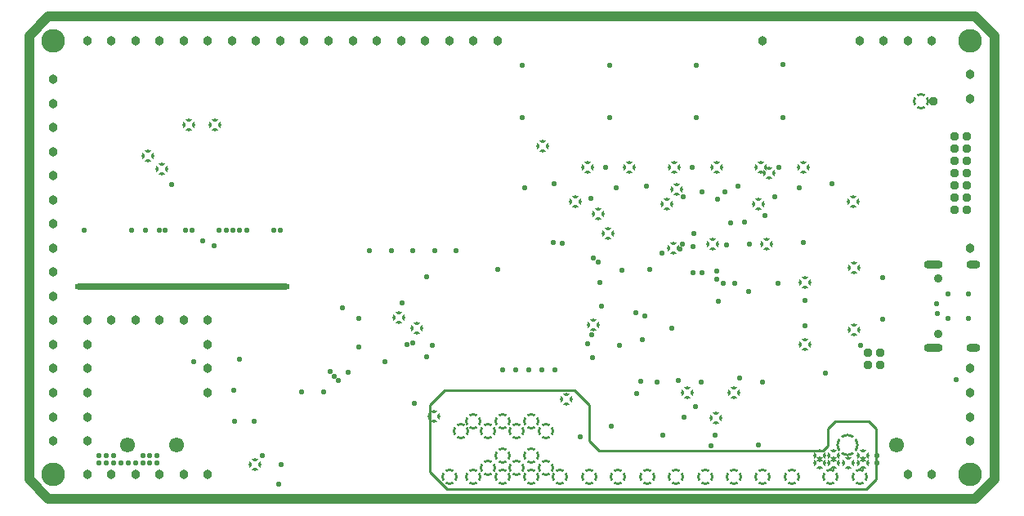
<source format=gbr>
%TF.GenerationSoftware,Altium Limited,Altium Designer,21.0.9 (235)*%
G04 Layer_Physical_Order=2*
G04 Layer_Color=32768*
%FSLAX45Y45*%
%MOMM*%
%TF.SameCoordinates,158FC4AE-840B-470E-B714-2E0BDA5EE684*%
%TF.FilePolarity,Negative*%
%TF.FileFunction,Copper,L2,Inr,Plane*%
%TF.Part,Single*%
G01*
G75*
%TA.AperFunction,NonConductor*%
%ADD56C,0.25400*%
%ADD57C,1.01600*%
%TA.AperFunction,ComponentPad*%
%ADD58C,0.95400*%
G04:AMPARAMS|DCode=59|XSize=1.716mm|YSize=1.716mm|CornerRadius=0mm|HoleSize=0mm|Usage=FLASHONLY|Rotation=0.000|XOffset=0mm|YOffset=0mm|HoleType=Round|Shape=Relief|Width=0.254mm|Gap=0.254mm|Entries=4|*
%AMTHD59*
7,0,0,1.71600,1.20800,0.25400,45*
%
%ADD59THD59*%
G04:AMPARAMS|DCode=60|XSize=2.316mm|YSize=2.316mm|CornerRadius=0mm|HoleSize=0mm|Usage=FLASHONLY|Rotation=0.000|XOffset=0mm|YOffset=0mm|HoleType=Round|Shape=Relief|Width=0.254mm|Gap=0.254mm|Entries=4|*
%AMTHD60*
7,0,0,2.31600,1.80800,0.25400,45*
%
%ADD60THD60*%
%TA.AperFunction,ViaPad*%
%ADD61C,2.45400*%
%TA.AperFunction,ComponentPad*%
%ADD62O,1.45400X0.85400*%
%ADD63O,1.95400X0.85400*%
%ADD64C,0.90400*%
%ADD65C,1.55400*%
%ADD66O,22.25400X0.65400*%
%TA.AperFunction,ViaPad*%
G04:AMPARAMS|DCode=67|XSize=1.7272mm|YSize=1.7272mm|CornerRadius=0mm|HoleSize=0mm|Usage=FLASHONLY|Rotation=0.000|XOffset=0mm|YOffset=0mm|HoleType=Round|Shape=Relief|Width=0.254mm|Gap=0.254mm|Entries=4|*
%AMTHD67*
7,0,0,1.72720,1.21920,0.25400,45*
%
%ADD67THD67*%
G04:AMPARAMS|DCode=68|XSize=1.316mm|YSize=1.316mm|CornerRadius=0mm|HoleSize=0mm|Usage=FLASHONLY|Rotation=0.000|XOffset=0mm|YOffset=0mm|HoleType=Round|Shape=Relief|Width=0.254mm|Gap=0.254mm|Entries=4|*
%AMTHD68*
7,0,0,1.31600,0.80800,0.25400,45*
%
%ADD68THD68*%
%ADD69C,0.55400*%
%ADD70C,0.96520*%
D56*
X5800000Y600000D02*
Y975000D01*
X4150000Y275000D02*
Y300000D01*
X8775000Y562500D02*
Y725000D01*
Y200000D02*
Y437500D01*
X8700000Y800000D02*
X8775000Y725000D01*
X8350000Y800000D02*
X8700000D01*
X8275000Y725000D02*
X8350000Y800000D01*
X8275000Y550000D02*
Y725000D01*
X8225000Y500000D02*
X8275000Y550000D01*
X5900000Y500000D02*
X8225000D01*
X5800000Y600000D02*
X5900000Y500000D01*
X5650000Y1125000D02*
X5800000Y975000D01*
X4300000Y1125000D02*
X5650000D01*
X4150000Y975000D02*
X4300000Y1125000D01*
X4150000Y300000D02*
Y975000D01*
Y275000D02*
X4325000Y100000D01*
X8675000D01*
X8775000Y200000D01*
Y437500D02*
Y562500D01*
D57*
X10000000Y200000D02*
Y4800000D01*
X9800000Y5000000D02*
X10000000Y4800000D01*
X200000Y5000000D02*
X9800000D01*
X0Y4800000D02*
X200000Y5000000D01*
X0Y200000D02*
X0Y4800000D01*
X0Y200000D02*
X200000Y0D01*
X9800000D01*
X10000000Y200000D01*
D58*
X9363500Y4125000D02*
D03*
X9713500Y3756000D02*
D03*
X9586500D02*
D03*
X9713500Y3629000D02*
D03*
Y3502000D02*
D03*
X9586500Y3629000D02*
D03*
Y3502000D02*
D03*
X9713500Y3375000D02*
D03*
X9586500D02*
D03*
X9713500Y3248000D02*
D03*
Y3121000D02*
D03*
Y2994000D02*
D03*
X9586500Y3248000D02*
D03*
Y3121000D02*
D03*
Y2994000D02*
D03*
X8813500Y1386500D02*
D03*
X8686500D02*
D03*
X8813500Y1513500D02*
D03*
X8686500D02*
D03*
D59*
X9236500Y4125000D02*
D03*
D60*
X8476000Y558800D02*
D03*
D61*
X250000Y250000D02*
D03*
X9750000D02*
D03*
Y4750000D02*
D03*
X250000D02*
D03*
D62*
X9782000Y1568000D02*
D03*
Y2432000D02*
D03*
D63*
X9364000D02*
D03*
Y1568000D02*
D03*
D64*
X9417000Y2289000D02*
D03*
Y1711000D02*
D03*
D65*
X8984000Y558800D02*
D03*
X1016000D02*
D03*
X1524000D02*
D03*
D66*
X1584500Y2197600D02*
D03*
D67*
X4350000Y225000D02*
D03*
X4475000Y700000D02*
D03*
X5350000D02*
D03*
Y325000D02*
D03*
X5050000D02*
D03*
X4750000D02*
D03*
X5050000Y700000D02*
D03*
X4750000D02*
D03*
X4900000Y450000D02*
D03*
X5200000D02*
D03*
Y800000D02*
D03*
X4900000D02*
D03*
X4600000D02*
D03*
X8600000Y225000D02*
D03*
X8300000D02*
D03*
X4600000D02*
D03*
X4900000D02*
D03*
X5200000D02*
D03*
X5500000D02*
D03*
X5800000D02*
D03*
X6100000D02*
D03*
X6400000D02*
D03*
X6700000D02*
D03*
X7000000D02*
D03*
X7300000D02*
D03*
X7600000D02*
D03*
X7900000D02*
D03*
D68*
X8532940Y3082500D02*
D03*
X7555840Y3057500D02*
D03*
X6605880D02*
D03*
X5657500Y3082500D02*
D03*
X8185000Y450000D02*
D03*
X8335000D02*
D03*
X8185000Y375000D02*
D03*
X8335000D02*
D03*
X8485000D02*
D03*
X8635000D02*
D03*
Y450000D02*
D03*
X7660000Y3380000D02*
D03*
X8542500Y2397500D02*
D03*
X8547500Y1750000D02*
D03*
X5890000Y2957500D02*
D03*
X5992500Y2755000D02*
D03*
X1225000Y3557500D02*
D03*
X1372500Y3420000D02*
D03*
X1925000Y3877500D02*
D03*
X1650000Y3875000D02*
D03*
X6675000Y2601510D02*
D03*
X5560202Y1032500D02*
D03*
X8019999Y3439800D02*
D03*
X7582499D02*
D03*
X7120001D02*
D03*
X6682501D02*
D03*
X6219998D02*
D03*
X5782498D02*
D03*
X5320000Y3660201D02*
D03*
X6709999Y3209798D02*
D03*
X6815000Y1100000D02*
D03*
X7302500D02*
D03*
X7082500Y2639797D02*
D03*
X7642499D02*
D03*
X5839800Y1805000D02*
D03*
X8037500Y1602500D02*
D03*
Y2242500D02*
D03*
X7117080Y840740D02*
D03*
X4196080Y858520D02*
D03*
X2341880Y353060D02*
D03*
X4018280Y1767840D02*
D03*
X3830320Y1877060D02*
D03*
D69*
X7203440Y3180080D02*
D03*
X8250000Y1300000D02*
D03*
X8785000Y450000D02*
D03*
Y375000D02*
D03*
X1325000D02*
D03*
X1175000Y450000D02*
D03*
X1250000D02*
D03*
X1325000D02*
D03*
X1250000Y375000D02*
D03*
X1175000D02*
D03*
X1100000D02*
D03*
X1025000D02*
D03*
X950000D02*
D03*
X875000D02*
D03*
X800000D02*
D03*
X725000D02*
D03*
X875000Y450000D02*
D03*
X800000D02*
D03*
X725000D02*
D03*
X2327500Y800000D02*
D03*
X2122500D02*
D03*
X7063100Y546900D02*
D03*
X7557500Y560000D02*
D03*
X7359969Y1256446D02*
D03*
X6887500Y2747500D02*
D03*
X6739189Y2590458D02*
D03*
X6140000Y2372500D02*
D03*
X5927500Y2000000D02*
D03*
X6957502Y1210203D02*
D03*
X9605000Y1235202D02*
D03*
X8842502Y1860205D02*
D03*
Y2289800D02*
D03*
X7767498Y3439800D02*
D03*
X6867500D02*
D03*
X5967501D02*
D03*
X5130002Y3227299D02*
D03*
X5439797Y3267502D02*
D03*
X6079998Y3227299D02*
D03*
X6389796Y3242502D02*
D03*
X7339800D02*
D03*
X7979999Y3227299D02*
D03*
X8314799Y3267502D02*
D03*
X8022422Y2654899D02*
D03*
X6727100Y1227500D02*
D03*
X6032297Y750001D02*
D03*
X5785201Y1607500D02*
D03*
X5910204Y2242500D02*
D03*
X7592502Y1210203D02*
D03*
X6507500D02*
D03*
X7267499Y2860203D02*
D03*
X7457501Y2639797D02*
D03*
X5832500Y1460200D02*
D03*
X6785204Y842498D02*
D03*
X6564798Y657499D02*
D03*
X6114796Y1594998D02*
D03*
X5710204Y645003D02*
D03*
X8037500Y1792500D02*
D03*
X7757500Y2237500D02*
D03*
X8037500Y2057500D02*
D03*
X3911600Y1600200D02*
D03*
X3864970Y2029460D02*
D03*
X1478280Y3258820D02*
D03*
X6873240Y2347870D02*
D03*
X5847080Y2500270D02*
D03*
X5890260Y2458720D02*
D03*
X6972300Y2346960D02*
D03*
X6288099Y1091259D02*
D03*
X6337300Y1216660D02*
D03*
X6654800Y1765300D02*
D03*
X6774180Y3131820D02*
D03*
X5819140Y3119120D02*
D03*
X6423660Y2374900D02*
D03*
X6550660Y2545080D02*
D03*
X6769100Y2639800D02*
D03*
X5521661Y2646320D02*
D03*
X7127240Y3106420D02*
D03*
X7724140Y3130910D02*
D03*
X6875780Y2616200D02*
D03*
X7625080Y2938780D02*
D03*
X7226300Y2628900D02*
D03*
X7406640Y2872740D02*
D03*
X7140723Y2046810D02*
D03*
X7124700Y2362200D02*
D03*
X7455398Y2149963D02*
D03*
X7122160Y2279460D02*
D03*
X7307580Y2237740D02*
D03*
X7188030Y2237910D02*
D03*
X6378310Y1899550D02*
D03*
X6283960Y1930400D02*
D03*
X6972300Y3180080D02*
D03*
X9730800Y1869440D02*
D03*
X9731948Y2124338D02*
D03*
X9514840Y2120900D02*
D03*
X8608060Y1592580D02*
D03*
X6355080Y1648460D02*
D03*
X5824220Y1701800D02*
D03*
X4173530Y1592270D02*
D03*
X7106920Y660400D02*
D03*
X3305699Y1315000D02*
D03*
X1700000Y1425000D02*
D03*
X4424680Y2575560D02*
D03*
X5427980Y2654300D02*
D03*
X3246120Y1978660D02*
D03*
X3205480Y1229360D02*
D03*
X3116183Y1318260D02*
D03*
X3162300Y1272540D02*
D03*
X2606040Y355600D02*
D03*
X3975000Y2575000D02*
D03*
X4200000D02*
D03*
X3750000D02*
D03*
X3525000D02*
D03*
X2410460Y449580D02*
D03*
X3683450Y1425200D02*
D03*
X5173980Y1338580D02*
D03*
X5311140D02*
D03*
X5036820D02*
D03*
X5448300D02*
D03*
X4899660D02*
D03*
X7807960Y3954780D02*
D03*
Y4500880D02*
D03*
X6911340Y3952240D02*
D03*
Y4498340D02*
D03*
X6009640Y3952240D02*
D03*
Y4498340D02*
D03*
X568960Y2786380D02*
D03*
X1059180D02*
D03*
X1201420D02*
D03*
X1343660D02*
D03*
X1409700D02*
D03*
X1620520D02*
D03*
X1689100D02*
D03*
X1968500D02*
D03*
X2039620D02*
D03*
X2110740D02*
D03*
X2600960D02*
D03*
X2529840D02*
D03*
X2250440D02*
D03*
X2179320D02*
D03*
X5110480Y4498340D02*
D03*
Y3952240D02*
D03*
X2176780Y1450340D02*
D03*
X4853940Y2376640D02*
D03*
X9514840Y1871980D02*
D03*
X2583180Y152400D02*
D03*
X6901360Y954220D02*
D03*
X1798320Y2677160D02*
D03*
X1913890Y2622867D02*
D03*
X4117340Y2299780D02*
D03*
X4119880Y1474940D02*
D03*
X3992880Y988060D02*
D03*
X3975100Y1620520D02*
D03*
X3416300Y1874520D02*
D03*
X3416100Y1572340D02*
D03*
X3048000Y1107440D02*
D03*
X2821940D02*
D03*
X2115820Y1125220D02*
D03*
X9403440Y2024380D02*
D03*
X9405620Y1925320D02*
D03*
D70*
X9750000Y1100000D02*
D03*
Y850000D02*
D03*
Y600000D02*
D03*
X9100000Y250000D02*
D03*
X9350000D02*
D03*
X9750000Y1350000D02*
D03*
Y2600000D02*
D03*
Y4150000D02*
D03*
Y4400000D02*
D03*
X1850000Y1100000D02*
D03*
Y1350000D02*
D03*
Y1600000D02*
D03*
Y1850000D02*
D03*
X1600000D02*
D03*
X1350000D02*
D03*
X1100000D02*
D03*
X850000D02*
D03*
X600000D02*
D03*
Y1600000D02*
D03*
Y1350000D02*
D03*
Y1100000D02*
D03*
Y850000D02*
D03*
Y600000D02*
D03*
Y250000D02*
D03*
X850000D02*
D03*
X1100000D02*
D03*
X1350000D02*
D03*
X1600000D02*
D03*
X1850000D02*
D03*
X8600000Y4750000D02*
D03*
X8850000D02*
D03*
X9100000D02*
D03*
X9350000D02*
D03*
X4600000D02*
D03*
X4850000D02*
D03*
X7600000D02*
D03*
X600000D02*
D03*
X850000D02*
D03*
X1100000D02*
D03*
X1350000D02*
D03*
X1600000D02*
D03*
X1850000D02*
D03*
X2100000D02*
D03*
X2350000D02*
D03*
X2600000D02*
D03*
X2850000D02*
D03*
X3100000D02*
D03*
X3350000D02*
D03*
X3600000D02*
D03*
X3850000D02*
D03*
X4100000D02*
D03*
X4350000D02*
D03*
X250000Y4350000D02*
D03*
Y4100000D02*
D03*
Y3850000D02*
D03*
Y3600000D02*
D03*
Y3350000D02*
D03*
Y3100000D02*
D03*
Y2850000D02*
D03*
Y2600000D02*
D03*
Y2350000D02*
D03*
Y2100000D02*
D03*
Y1850000D02*
D03*
Y1600000D02*
D03*
Y1350000D02*
D03*
Y1100000D02*
D03*
Y850000D02*
D03*
Y600000D02*
D03*
%TF.MD5,cb4170d097b28838214420f15e80fb9c*%
M02*

</source>
